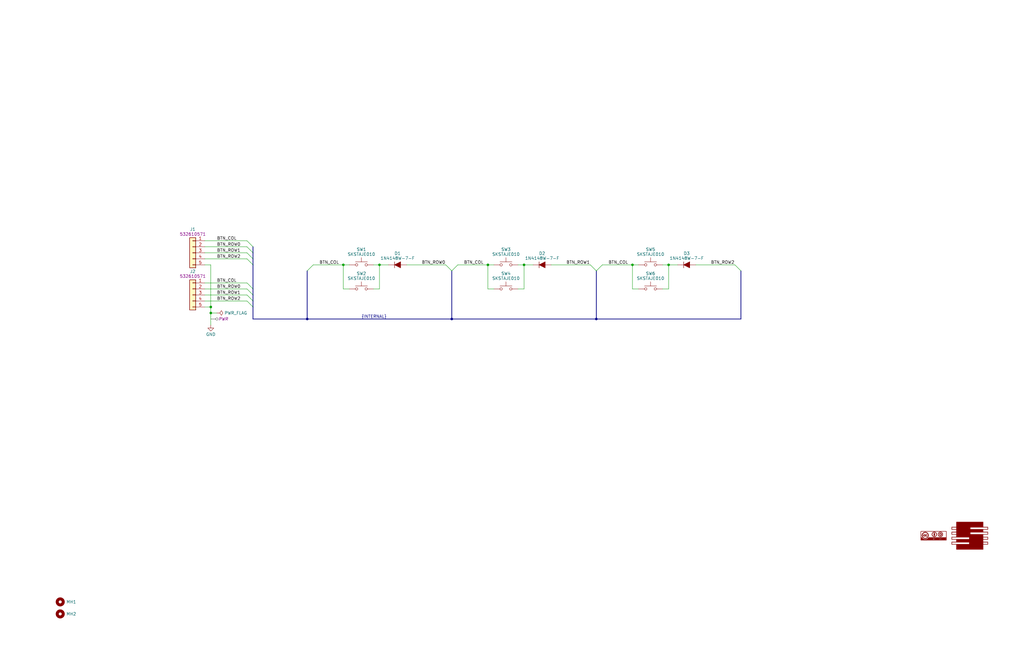
<source format=kicad_sch>
(kicad_sch (version 20230121) (generator eeschema)
  (paper "USLedger")
  (title_block (title "DIY GT Wheel Top Button Board") (date "2023-06-30") (rev "1.0a") (company "Electronya") (comment 1 "ENYA-SIMR-GTWL-PCTB"))
  (lib_symbols
    (symbol "ENYA_Bitmap:CC-BY-SA_Logo" (pin_names (offset 1.016)) (in_bom no)
      (symbol "CC-BY-SA_Logo_0_0"
        (polyline (pts (xy 0.0762 -1.2446) (xy 0.0762 -1.2192) (xy 0.0254 -1.1684) (xy -0.1524 -1.1684) (xy -0.1524 -1.2954) (xy 0.0254 -1.2954) (xy 0.0762 -1.2446)) (stroke (width 0.0254)) (fill (type outline)))
        (polyline (pts (xy 0.0762 -1.524) (xy 0.0762 -1.4986) (xy 0.1016 -1.4732) (xy 0.0508 -1.4224) (xy 0.0508 -1.397) (xy -0.1524 -1.397) (xy -0.1524 -1.5494) (xy 0.0508 -1.5494) (xy 0.0762 -1.524)) (stroke (width 0.0254)) (fill (type outline)))
        (polyline (pts (xy 3.0734 -1.4224) (xy 3.0988 -1.4224) (xy 3.0988 -1.3716) (xy 3.0734 -1.3462) (xy 3.0734 -1.3208) (xy 3.048 -1.2192) (xy 2.9972 -1.3208) (xy 2.9972 -1.3716) (xy 2.9718 -1.397) (xy 2.9718 -1.4224) (xy 2.9972 -1.4224) (xy 3.048 -1.4478) (xy 3.0734 -1.4224)) (stroke (width 0.0254)) (fill (type outline)))
        (polyline (pts (xy 0.4064 0.9906) (xy 0.4318 1.0414) (xy 0.4572 1.0668) (xy 0.4572 1.1176) (xy 0.4318 1.143) (xy 0.4064 1.1938) (xy 0.381 1.2192) (xy 0.3302 1.2446) (xy 0.254 1.2446) (xy 0.2032 1.1938) (xy 0.1778 1.143) (xy 0.1524 1.1176) (xy 0.1524 1.0668) (xy 0.1778 1.016) (xy 0.254 0.9398) (xy 0.3556 0.9398) (xy 0.4064 0.9906)) (stroke (width 0.0254)) (fill (type outline)))
        (polyline (pts (xy 0.4318 0.381) (xy 0.5334 0.381) (xy 0.5334 0.4064) (xy 0.5588 0.4064) (xy 0.5588 0.5842) (xy 0.5842 0.6604) (xy 0.5842 0.8636) (xy 0.5588 0.8636) (xy 0.5334 0.889) (xy 0.0254 0.889) (xy 0.0254 0.8636) (xy 0 0.8636) (xy 0 0.4064) (xy 0.0508 0.381) (xy 0.127 0.381) (xy 0.127 -0.127) (xy 0.4318 -0.127) (xy 0.4318 0.381)) (stroke (width 0.0254)) (fill (type outline)))
        (polyline (pts (xy -3.7084 -0.2794) (xy -3.556 -0.127) (xy -3.556 -0.1016) (xy -3.5814 -0.0762) (xy -3.6068 -0.0762) (xy -3.6322 -0.0508) (xy -3.683 -0.0254) (xy -3.7084 -0.0254) (xy -3.7338 0) (xy -3.7338 -0.0254) (xy -3.7592 -0.0508) (xy -3.7846 -0.1016) (xy -3.81 -0.1016) (xy -3.8608 -0.127) (xy -3.9624 -0.127) (xy -4.0132 -0.0762) (xy -4.0386 -0.0254) (xy -4.064 0) (xy -4.064 0.3048) (xy -4.0386 0.3048) (xy -4.0132 0.3302) (xy -4.0132 0.3556) (xy -3.9878 0.3556) (xy -3.9624 0.381) (xy -3.81 0.381) (xy -3.81 0.3556) (xy -3.7846 0.3556) (xy -3.7592 0.3302) (xy -3.7592 0.3048) (xy -3.7338 0.2794) (xy -3.6576 0.3048) (xy -3.6322 0.3302) (xy -3.6068 0.3302) (xy -3.5814 0.3556) (xy -3.556 0.3556) (xy -3.5814 0.381) (xy -3.5814 0.4064) (xy -3.6576 0.4826) (xy -3.7338 0.5334) (xy -3.81 0.5588) (xy -3.9624 0.5588) (xy -4.1148 0.508) (xy -4.1402 0.508) (xy -4.2672 0.381) (xy -4.2926 0.3302) (xy -4.3434 0.1778) (xy -4.3434 0.0762) (xy -4.2672 -0.1524) (xy -4.1656 -0.254) (xy -4.0894 -0.3048) (xy -4.0132 -0.3048) (xy -3.937 -0.3302) (xy -3.8608 -0.3302) (xy -3.7084 -0.2794)) (stroke (width 0.0254)) (fill (type outline)))
        (polyline (pts (xy -2.8956 -0.2794) (xy -2.7432 -0.127) (xy -2.7432 -0.1016) (xy -2.7686 -0.0762) (xy -2.794 -0.0762) (xy -2.8194 -0.0508) (xy -2.8702 -0.0254) (xy -2.8956 -0.0254) (xy -2.921 0) (xy -2.921 -0.0254) (xy -2.9464 -0.0508) (xy -2.9718 -0.1016) (xy -2.9972 -0.1016) (xy -3.048 -0.127) (xy -3.1496 -0.127) (xy -3.2004 -0.0762) (xy -3.2258 -0.0254) (xy -3.2512 0) (xy -3.2512 0.3048) (xy -3.2258 0.3048) (xy -3.2004 0.3302) (xy -3.2004 0.3556) (xy -3.175 0.3556) (xy -3.1496 0.381) (xy -2.9972 0.381) (xy -2.9972 0.3556) (xy -2.9718 0.3556) (xy -2.9464 0.3302) (xy -2.9464 0.3048) (xy -2.921 0.2794) (xy -2.8448 0.3302) (xy -2.7432 0.3556) (xy -2.8194 0.4318) (xy -2.8448 0.4826) (xy -2.8956 0.508) (xy -2.921 0.508) (xy -2.9718 0.5334) (xy -3.0734 0.5588) (xy -3.2258 0.5588) (xy -3.302 0.508) (xy -3.3528 0.508) (xy -3.4036 0.4572) (xy -3.4544 0.381) (xy -3.4798 0.3302) (xy -3.5052 0.254) (xy -3.5306 0.1524) (xy -3.5306 0.0762) (xy -3.4544 -0.1524) (xy -3.3528 -0.254) (xy -3.2766 -0.3048) (xy -3.2004 -0.3048) (xy -3.1242 -0.3302) (xy -3.048 -0.3302) (xy -2.8956 -0.2794)) (stroke (width 0.0254)) (fill (type outline)))
        (polyline (pts (xy 3.1242 0.0508) (xy 3.175 0.1016) (xy 3.2512 0.1524) (xy 3.3528 0.3048) (xy 3.3782 0.4064) (xy 3.3782 0.6858) (xy 3.3528 0.762) (xy 3.3274 0.8128) (xy 3.302 0.889) (xy 3.175 1.016) (xy 3.0988 1.0668) (xy 2.9972 1.0922) (xy 2.9464 1.1176) (xy 2.7686 1.1176) (xy 2.7178 1.0922) (xy 2.667 1.0922) (xy 2.5908 1.0414) (xy 2.4892 0.9398) (xy 2.4384 0.8636) (xy 2.413 0.762) (xy 2.3876 0.7112) (xy 2.3114 0.7112) (xy 2.5146 0.508) (xy 2.7178 0.7112) (xy 2.6416 0.7112) (xy 2.6416 0.7366) (xy 2.667 0.762) (xy 2.6924 0.8128) (xy 2.7432 0.8636) (xy 2.7686 0.8636) (xy 2.7686 0.889) (xy 2.9718 0.889) (xy 2.9718 0.8636) (xy 2.9972 0.8636) (xy 3.048 0.8128) (xy 3.0988 0.7112) (xy 3.0988 0.6858) (xy 3.1242 0.6604) (xy 3.1242 0.4572) (xy 3.0988 0.4064) (xy 3.0988 0.381) (xy 3.048 0.2794) (xy 2.9972 0.2286) (xy 2.9464 0.2032) (xy 2.794 0.2032) (xy 2.6924 0.254) (xy 2.667 0.2794) (xy 2.6416 0.3556) (xy 2.6416 0.381) (xy 2.3876 0.381) (xy 2.3876 0.3302) (xy 2.413 0.2794) (xy 2.5146 0.127) (xy 2.5654 0.0762) (xy 2.6416 0.0254) (xy 2.7178 0) (xy 3.0226 0) (xy 3.1242 0.0508)) (stroke (width 0.0254)) (fill (type outline)))
        (polyline (pts (xy 0.5588 -0.4572) (xy 0.6858 -0.4318) (xy 0.8128 -0.3556) (xy 0.9144 -0.3048) (xy 1.016 -0.2286) (xy 1.1684 -0.0254) (xy 1.2954 0.2286) (xy 1.3208 0.3556) (xy 1.3462 0.508) (xy 1.3462 0.635) (xy 1.2954 0.889) (xy 1.2446 0.9906) (xy 1.1938 1.1176) (xy 1.1176 1.2192) (xy 1.0922 1.2446) (xy 0.9906 1.3208) (xy 0.889 1.4224) (xy 0.7874 1.4732) (xy 0.6858 1.5494) (xy 0.5842 1.5748) (xy 0.508 1.6002) (xy 0.127 1.6002) (xy 0.0254 1.5748) (xy -0.1016 1.5494) (xy -0.2032 1.4986) (xy -0.2286 1.4732) (xy -0.3048 1.4224) (xy -0.381 1.3462) (xy -0.4572 1.2954) (xy -0.5334 1.2192) (xy -0.5842 1.143) (xy -0.635 1.016) (xy -0.6858 0.9144) (xy -0.7366 0.7874) (xy -0.762 0.6604) (xy -0.762 0.5334) (xy -0.7366 0.4064) (xy -0.7366 0.3556) (xy -0.5588 0.3556) (xy -0.5588 0.7366) (xy -0.5334 0.7874) (xy -0.508 0.889) (xy -0.4318 1.016) (xy -0.381 1.0922) (xy -0.254 1.2192) (xy -0.1778 1.27) (xy -0.0762 1.3462) (xy 0.0508 1.397) (xy 0.1524 1.4224) (xy 0.381 1.4224) (xy 0.5842 1.3716) (xy 0.6604 1.3462) (xy 0.762 1.2954) (xy 0.8382 1.2446) (xy 0.9144 1.1684) (xy 1.0668 0.9398) (xy 1.1176 0.8382) (xy 1.143 0.762) (xy 1.143 0.4064) (xy 1.1176 0.2794) (xy 1.016 0.0762) (xy 0.9398 -0.0254) (xy 0.8636 -0.1016) (xy 0.8128 -0.127) (xy 0.7366 -0.1778) (xy 0.5334 -0.2794) (xy 0.4318 -0.3048) (xy 0.1524 -0.3048) (xy 0.0762 -0.2794) (xy -0.0254 -0.254) (xy -0.127 -0.2032) (xy -0.2286 -0.127) (xy -0.4064 0.0508) (xy -0.5588 0.3556) (xy -0.7366 0.3556) (xy -0.7366 0.3048) (xy -0.635 0.0508) (xy -0.5842 -0.0508) (xy -0.4064 -0.2286) (xy -0.3556 -0.254) (xy -0.3302 -0.3048) (xy -0.127 -0.4064) (xy 0 -0.4572) (xy 0.1016 -0.4826) (xy 0.5334 -0.4826) (xy 0.5588 -0.4572)) (stroke (width 0.0254)) (fill (type outline)))
        (polyline (pts (xy 3.1496 -0.4572) (xy 3.2512 -0.4318) (xy 3.3782 -0.3556) (xy 3.4798 -0.3048) (xy 3.5814 -0.2286) (xy 3.81 0.0762) (xy 3.8608 0.1778) (xy 3.8608 0.2286) (xy 3.8862 0.3556) (xy 3.9116 0.508) (xy 3.9116 0.635) (xy 3.8608 0.889) (xy 3.81 0.9906) (xy 3.7592 1.1176) (xy 3.683 1.2192) (xy 3.4798 1.4224) (xy 3.3782 1.4732) (xy 3.2512 1.5494) (xy 3.1496 1.5748) (xy 3.0734 1.6002) (xy 2.7178 1.6002) (xy 2.4638 1.5494) (xy 2.3622 1.4986) (xy 2.3368 1.4732) (xy 2.2606 1.4224) (xy 2.1844 1.3462) (xy 2.1082 1.2954) (xy 2.032 1.2192) (xy 1.9812 1.143) (xy 1.9304 1.016) (xy 1.8796 0.9144) (xy 1.8288 0.6604) (xy 1.8288 0.4064) (xy 2.0066 0.4064) (xy 2.0066 0.6604) (xy 2.032 0.762) (xy 2.0574 0.889) (xy 2.1082 0.9906) (xy 2.159 1.0668) (xy 2.3368 1.2446) (xy 2.4384 1.3208) (xy 2.54 1.3716) (xy 2.667 1.397) (xy 2.6924 1.397) (xy 2.7686 1.4224) (xy 2.9972 1.4224) (xy 3.048 1.397) (xy 3.0734 1.397) (xy 3.175 1.3716) (xy 3.2766 1.3208) (xy 3.4798 1.1684) (xy 3.5052 1.1176) (xy 3.5814 1.0414) (xy 3.6322 0.9398) (xy 3.6576 0.8382) (xy 3.7084 0.7366) (xy 3.7084 0.4064) (xy 3.6322 0.1778) (xy 3.6068 0.1524) (xy 3.4544 -0.0762) (xy 3.3782 -0.127) (xy 3.2766 -0.2032) (xy 3.175 -0.254) (xy 3.0734 -0.2794) (xy 3.0226 -0.3048) (xy 2.6924 -0.3048) (xy 2.6416 -0.2794) (xy 2.54 -0.254) (xy 2.4384 -0.2032) (xy 2.3368 -0.127) (xy 2.2606 -0.0508) (xy 2.1844 0) (xy 2.032 0.3048) (xy 2.0066 0.4064) (xy 1.8288 0.4064) (xy 1.8542 0.3048) (xy 1.8796 0.1778) (xy 1.9304 0.0508) (xy 2.0066 -0.0508) (xy 2.032 -0.0762) (xy 2.0574 -0.127) (xy 2.159 -0.2286) (xy 2.2098 -0.254) (xy 2.2606 -0.3048) (xy 2.3368 -0.3556) (xy 2.4638 -0.4064) (xy 2.5654 -0.4572) (xy 2.667 -0.4826) (xy 3.0988 -0.4826) (xy 3.1496 -0.4572)) (stroke (width 0.0254)) (fill (type outline)))
        (polyline (pts (xy -3.175 -1.2446) (xy -3.0226 -1.1938) (xy -2.8956 -1.143) (xy -2.7686 -1.0668) (xy -2.6416 -0.9652) (xy -2.54 -0.8636) (xy -2.4638 -0.762) (xy -2.3622 -0.635) (xy -2.286 -0.508) (xy -2.2352 -0.381) (xy -2.1844 -0.2286) (xy -2.159 -0.1016) (xy -2.1336 -0.0508) (xy -2.1336 0.3048) (xy -2.159 0.3556) (xy -2.159 0.4064) (xy -2.1844 0.5588) (xy -2.2352 0.6858) (xy -2.4638 1.0668) (xy -2.667 1.27) (xy -2.8956 1.4224) (xy -2.9464 1.4224) (xy -3.2004 1.524) (xy -3.3274 1.5494) (xy -3.683 1.5494) (xy -3.9878 1.4986) (xy -4.1148 1.4478) (xy -4.2418 1.3716) (xy -4.3434 1.3208) (xy -4.4704 1.2192) (xy -4.6736 1.016) (xy -4.7498 0.9144) (xy -4.8006 0.7874) (xy -4.826 0.762) (xy -4.8768 0.6604) (xy -4.9022 0.5588) (xy -4.953 0.3048) (xy -4.953 0.0254) (xy -4.699 0.0254) (xy -4.699 0.254) (xy -4.6736 0.381) (xy -4.6482 0.4826) (xy -4.5974 0.6096) (xy -4.5466 0.7112) (xy -4.4704 0.8128) (xy -4.445 0.8636) (xy -4.2926 1.016) (xy -4.2418 1.0414) (xy -4.1656 1.1176) (xy -4.064 1.1684) (xy -3.937 1.2446) (xy -3.81 1.27) (xy -3.6576 1.2954) (xy -3.3528 1.2954) (xy -3.2258 1.27) (xy -2.9718 1.1684) (xy -2.8702 1.0922) (xy -2.7432 0.9906) (xy -2.667 0.889) (xy -2.5654 0.7874) (xy -2.5146 0.6604) (xy -2.4638 0.5588) (xy -2.413 0.4064) (xy -2.3876 0.2794) (xy -2.3876 -0.0762) (xy -2.4384 -0.2032) (xy -2.4638 -0.3302) (xy -2.54 -0.4572) (xy -2.6924 -0.6604) (xy -2.7432 -0.7112) (xy -2.9464 -0.8636) (xy -3.0734 -0.9144) (xy -3.175 -0.9652) (xy -3.302 -1.016) (xy -3.683 -1.016) (xy -3.937 -0.9652) (xy -4.0386 -0.9144) (xy -4.1656 -0.8382) (xy -4.2672 -0.762) (xy -4.4704 -0.5588) (xy -4.5466 -0.4572) (xy -4.5974 -0.3302) (xy -4.6482 -0.2286) (xy -4.699 0.0254) (xy -4.953 0.0254) (xy -4.953 -0.1524) (xy -4.9022 -0.3048) (xy -4.8514 -0.4318) (xy -4.7752 -0.5842) (xy -4.699 -0.7112) (xy -4.445 -0.9652) (xy -4.064 -1.1938) (xy -3.9116 -1.2446) (xy -3.7846 -1.27) (xy -3.302 -1.27) (xy -3.175 -1.2446)) (stroke (width 0.0254)) (fill (type outline)))
        (polyline (pts (xy 5.4102 1.8034) (xy 5.334 1.8796) (xy 5.2832 1.905) (xy -5.2832 1.905) (xy -5.3086 1.8796) (xy -5.3594 1.8542) (xy -5.3848 1.8034) (xy -5.4102 1.778) (xy -5.4102 -0.762) (xy -5.334 -0.762) (xy -5.334 1.7272) (xy -5.3086 1.7526) (xy -5.3086 1.8034) (xy -5.2832 1.8288) (xy 5.2578 1.8288) (xy 5.2578 1.8034) (xy 5.2832 1.8034) (xy 5.2832 1.778) (xy 5.3086 1.778) (xy 5.3086 -0.762) (xy -2.1336 -0.762) (xy -2.2352 -0.9144) (xy -2.3368 -1.0414) (xy -2.4638 -1.1684) (xy -2.5908 -1.27) (xy -2.8448 -1.4224) (xy -2.9972 -1.4986) (xy -3.175 -1.5494) (xy -3.2004 -1.5494) (xy -3.2512 -1.5748) (xy -3.81 -1.5748) (xy -3.8608 -1.5494) (xy -3.8862 -1.5494) (xy -4.191 -1.4478) (xy -4.3434 -1.3716) (xy -4.4704 -1.2954) (xy -4.5974 -1.1938) (xy -4.699 -1.0922) (xy -4.9022 -0.8382) (xy -4.953 -0.762) (xy -5.334 -0.762) (xy -5.4102 -0.762) (xy -5.4102 -1.6764) (xy -0.3048 -1.6764) (xy -0.3048 -1.0668) (xy 0.0762 -1.0668) (xy 0.254 -1.0668) (xy 0.381 -1.0668) (xy 0.4572 -1.1684) (xy 0.4572 -1.1938) (xy 0.508 -1.2446) (xy 0.508 -1.27) (xy 0.5334 -1.27) (xy 0.5588 -1.2446) (xy 0.5842 -1.1938) (xy 0.6096 -1.1684) (xy 0.6604 -1.0668) (xy 0.8128 -1.0668) (xy 0.7874 -1.0922) (xy 0.7874 -1.1176) (xy 0.762 -1.143) (xy 0.7366 -1.1938) (xy 0.7112 -1.2192) (xy 0.6858 -1.27) (xy 0.5842 -1.4224) (xy 0.5842 -1.4986) (xy 2.2098 -1.4986) (xy 2.3622 -1.4986) (xy 2.3622 -1.524) (xy 2.3876 -1.524) (xy 2.3876 -1.5494) (xy 2.413 -1.5748) (xy 2.4384 -1.5748) (xy 2.4638 -1.6002) (xy 2.54 -1.6002) (xy 2.5908 -1.5494) (xy 2.5908 -1.4732) (xy 2.5654 -1.4732) (xy 2.5146 -1.4478) (xy 2.4638 -1.4478) (xy 2.413 -1.4224) (xy 2.3622 -1.4224) (xy 2.3114 -1.397) (xy 2.286 -1.3462) (xy 2.2606 -1.3208) (xy 2.2606 -1.1684) (xy 2.3622 -1.0668) (xy 2.4384 -1.0668) (xy 2.5146 -1.0414) (xy 2.6162 -1.0922) (xy 2.6416 -1.1176) (xy 2.667 -1.1176) (xy 2.667 -1.143) (xy 2.7178 -1.1938) (xy 2.7178 -1.2446) (xy 2.5908 -1.2446) (xy 2.5908 -1.2192) (xy 2.5654 -1.1938) (xy 2.5654 -1.1684) (xy 2.413 -1.1684) (xy 2.3876 -1.1938) (xy 2.3876 -1.27) (xy 2.4384 -1.2954) (xy 2.4638 -1.3208) (xy 2.54 -1.3208) (xy 2.6162 -1.3462) (xy 2.6416 -1.3716) (xy 2.6924 -1.397) (xy 2.7178 -1.4224) (xy 2.7178 -1.6002) (xy 2.667 -1.651) (xy 2.7432 -1.651) (xy 2.7686 -1.6256) (xy 2.7686 -1.6002) (xy 2.8194 -1.4986) (xy 2.8194 -1.4224) (xy 2.8448 -1.3462) (xy 2.9718 -1.0668) (xy 3.1242 -1.0668) (xy 3.2512 -1.4478) (xy 3.302 -1.5494) (xy 3.302 -1.6002) (xy 3.3274 -1.6256) (xy 3.3274 -1.651) (xy 3.302 -1.651) (xy 3.2766 -1.6764) (xy 3.2004 -1.6764) (xy 3.175 -1.6256) (xy 3.175 -1.5748) (xy 3.1496 -1.5494) (xy 3.1496 -1.524) (xy 2.921 -1.524) (xy 2.8702 -1.6764) (xy 2.8194 -1.6764) (xy 2.794 -1.651) (xy 2.7432 -1.651) (xy 2.667 -1.651) (xy 2.6416 -1.651) (xy 2.6162 -1.6764) (xy 2.3368 -1.6764) (xy 2.2352 -1.5748) (xy 2.2352 -1.5494) (xy 2.2098 -1.4986) (xy 0.5842 -1.4986) (xy 0.5842 -1.6764) (xy 0.4572 -1.6764) (xy 0.4572 -1.4224) (xy 0.4318 -1.397) (xy 0.4318 -1.3716) (xy 0.381 -1.3208) (xy 0.3556 -1.27) (xy 0.3302 -1.1938) (xy 0.2794 -1.1176) (xy 0.254 -1.0668) (xy 0.0762 -1.0668) (xy 0.1016 -1.0922) (xy 0.127 -1.0922) (xy 0.1778 -1.143) (xy 0.1778 -1.2446) (xy 0.1524 -1.27) (xy 0.1524 -1.3208) (xy 0.127 -1.3208) (xy 0.1016 -1.3462) (xy 0.127 -1.3716) (xy 0.1524 -1.3716) (xy 0.1778 -1.397) (xy 0.1778 -1.4224) (xy 0.2032 -1.4732) (xy 0.2032 -1.5748) (xy 0.127 -1.651) (xy 0.0762 -1.651) (xy 0.0762 -1.6764) (xy -0.3048 -1.6764) (xy -5.4102 -1.6764) (xy -5.4102 -1.8796) (xy -5.3594 -1.8796) (xy -5.334 -1.905) (xy 5.4102 -1.905) (xy 5.4102 1.8034)) (stroke (width 0.0254)) (fill (type outline)))
      )
    )
    (symbol "ENYA_Bitmap:Electronya_Logo" (pin_names (offset 1.016))
      (symbol "Electronya_Logo_0_0"
        (polyline (pts (xy 5.6388 -3.7084) (xy 7.6708 -3.7084) (xy 7.6708 -2.6416) (xy 5.6388 -2.6416) (xy 5.6388 -1.6256) (xy 7.6708 -1.6256) (xy 7.6708 -0.5588) (xy 5.6388 -0.5588) (xy 5.6388 0.508) (xy 7.6708 0.508) (xy 7.6708 1.5748) (xy 5.6388 1.5748) (xy 5.6388 2.5908) (xy 7.6708 2.5908) (xy 7.6708 3.6576) (xy 5.6388 3.6576) (xy 5.6388 5.7912) (xy -5.6388 5.7912) (xy -5.6388 3.6576) (xy -7.6708 3.6576) (xy -7.6708 2.7432) (xy -7.5184 2.7432) (xy -7.5184 3.5052) (xy -5.6388 3.5052) (xy -5.6388 2.7432) (xy 0.254 2.7432) (xy 0.254 3.5052) (xy 7.5184 3.5052) (xy 7.5184 2.7432) (xy 0.254 2.7432) (xy -5.6388 2.7432) (xy -7.5184 2.7432) (xy -7.6708 2.7432) (xy -7.6708 2.5908) (xy -5.6388 2.5908) (xy -5.6388 1.5748) (xy -7.6708 1.5748) (xy -7.6708 0.6096) (xy -7.5184 0.6096) (xy -7.5184 1.4224) (xy -5.6388 1.4224) (xy -5.6388 0.6096) (xy 0.254 0.6096) (xy 0.254 1.4224) (xy 7.5184 1.4224) (xy 7.5184 0.6096) (xy 0.254 0.6096) (xy -5.6388 0.6096) (xy -7.5184 0.6096) (xy -7.6708 0.6096) (xy -7.6708 0.508) (xy -5.6388 0.508) (xy -5.6388 -0.5588) (xy -7.6708 -0.5588) (xy -7.6708 -1.4732) (xy -7.5184 -1.4732) (xy -7.5184 -0.6604) (xy -0.254 -0.6604) (xy -0.254 -1.4732) (xy 5.6388 -1.4732) (xy 5.6388 -0.6604) (xy 7.5184 -0.6604) (xy 7.5184 -1.4732) (xy 5.6388 -1.4732) (xy -0.254 -1.4732) (xy -7.5184 -1.4732) (xy -7.6708 -1.4732) (xy -7.6708 -1.6256) (xy -5.6388 -1.6256) (xy -5.6388 -2.6416) (xy -7.6708 -2.6416) (xy -7.6708 -3.556) (xy -7.5184 -3.556) (xy -7.5184 -2.794) (xy -0.254 -2.794) (xy -0.254 -3.556) (xy 5.6388 -3.556) (xy 5.6388 -2.794) (xy 7.5184 -2.794) (xy 7.5184 -3.556) (xy 5.6388 -3.556) (xy -0.254 -3.556) (xy -7.5184 -3.556) (xy -7.6708 -3.556) (xy -7.6708 -3.7084) (xy -5.6388 -3.7084) (xy -5.6388 -5.842) (xy 5.6388 -5.842) (xy 5.6388 -3.7084)) (stroke (width 0.0254)) (fill (type outline)))
      )
    )
    (symbol "ENYA_Connector_PicoBlade:PICO_BLADE_1x5_MALE_RA_SMD" (pin_names (offset 1.016) hide)
      (property "Reference" "J" (at 0 7.62 0))
      (property "Manufacturer Part Number" "532610571" (at 0 0 0))
      (symbol "PICO_BLADE_1x5_MALE_RA_SMD_1_1"
        (rectangle (start -1.27 -4.953) (end 0 -5.207) (stroke (width 0.1524)))
        (rectangle (start -1.27 -2.413) (end 0 -2.667) (stroke (width 0.1524)))
        (rectangle (start -1.27 0.127) (end 0 -0.127) (stroke (width 0.1524)))
        (rectangle (start -1.27 2.667) (end 0 2.413) (stroke (width 0.1524)))
        (rectangle (start -1.27 5.207) (end 0 4.953) (stroke (width 0.1524)))
        (rectangle (start -1.27 6.35) (end 1.27 -6.35) (stroke (width 0.254)) (fill (type background)))
        (pin passive line (at -5.08 5.08 0) (length 3.81) (name "Pin_1") (number "1"))
        (pin passive line (at -5.08 2.54 0) (length 3.81) (name "Pin_2") (number "2"))
        (pin passive line (at -5.08 0 0) (length 3.81) (name "Pin_3") (number "3"))
        (pin passive line (at -5.08 -2.54 0) (length 3.81) (name "Pin_4") (number "4"))
        (pin passive line (at -5.08 -5.08 0) (length 3.81) (name "Pin_5") (number "5"))
      )
    )
    (symbol "ENYA_Diode_Rectifier:1N4148W-7-F_SOD-123" (pin_numbers hide) (pin_names (offset 1.016) hide)
      (property "Reference" "D" (at 0 2.54 0))
      (property "Value" "1N4148W-7-F" (at 0 -2.54 0))
      (symbol "1N4148W-7-F_SOD-123_0_1"
        (polyline (pts (xy -1.27 1.27) (xy -1.27 -1.27)) (stroke (width 0.2032)))
        (polyline (pts (xy 1.27 1.27) (xy 1.27 -1.27) (xy -1.27 0) (xy 1.27 1.27)) (stroke (width 0.2032)) (fill (type outline)))
      )
      (symbol "1N4148W-7-F_SOD-123_1_1"
        (pin passive line (at -3.81 0 0) (length 2.54) (name "K") (number "1"))
        (pin passive line (at 3.81 0 180) (length 2.54) (name "A") (number "2"))
      )
    )
    (symbol "ENYA_Mechanical:MH-NPLTD-M3" (pin_names (offset 1.016)) (in_bom no)
      (property "Reference" "MH" (at 0 3.175 0))
      (symbol "MH-NPLTD-M3_1_1"
        (circle (center 0 0) (radius 1.27) (stroke (width 1.27)))
      )
    )
    (symbol "ENYA_Switch_Push:SKSTAJE010_Tactile_7N" (pin_numbers hide) (pin_names (offset 1.016) hide)
      (property "Reference" "SW" (at 1.27 2.54 0))
      (property "Value" "SKSTAJE010" (at 0 -1.524 0))
      (symbol "SKSTAJE010_Tactile_7N_0_1"
        (circle (center -2.032 0) (radius 0.508))
        (polyline (pts (xy 0 1.27) (xy 0 3.048)))
        (polyline (pts (xy 2.54 1.27) (xy -2.54 1.27)))
        (circle (center 2.032 0) (radius 0.508))
        (pin passive line (at -5.08 0 0) (length 2.54) (name "1") (number "1"))
        (pin passive line (at 5.08 0 180) (length 2.54) (name "2") (number "2"))
      )
    )
    (symbol "power:GND" (power) (pin_names (offset 0))
      (property "Value" "GND" (at 0 -3.81 0))
      (symbol "GND_0_1"
        (polyline (pts (xy 0 0) (xy 0 -1.27) (xy 1.27 -1.27) (xy 0 -2.54) (xy -1.27 -1.27) (xy 0 -1.27)))
      )
      (symbol "GND_1_1"
        (pin power_in line (at 0 0 270) (length 0) hide (name "GND") (number "1"))
      )
    )
    (symbol "power:PWR_FLAG" (power) (pin_numbers hide) (pin_names (offset 0) hide)
      (property "Value" "PWR_FLAG" (at 0 3.81 0))
      (symbol "PWR_FLAG_0_0"
        (pin power_out line (at 0 0 90) (length 0) (name "pwr") (number "1"))
      )
      (symbol "PWR_FLAG_0_1"
        (polyline (pts (xy 0 0) (xy 0 1.27) (xy -1.016 1.905) (xy 0 2.54) (xy 1.016 1.905) (xy 0 1.27)))
      )
    )
  )
  (bus_alias "INTERNAL" (members "BTN_COL" "BTN_ROW0" "BTN_ROW1" "BTN_ROW2"))
  (junction (at 266.7 111.76))
  (junction (at 205.74 111.76))
  (junction (at 251.46 134.62))
  (junction (at 88.9 129.54))
  (junction (at 281.94 111.76))
  (junction (at 220.98 111.76))
  (junction (at 144.78 111.76))
  (junction (at 88.9 132.08))
  (junction (at 160.02 111.76))
  (junction (at 190.5 134.62))
  (junction (at 129.54 134.62))
  (bus_entry (at 104.14 101.6) (size 2.54 2.54))
  (bus_entry (at 104.14 106.68) (size 2.54 2.54))
  (bus_entry (at 104.14 119.38) (size 2.54 2.54))
  (bus_entry (at 104.14 121.92) (size 2.54 2.54))
  (bus_entry (at 104.14 104.14) (size 2.54 2.54))
  (bus_entry (at 193.04 111.76) (size -2.54 2.54))
  (bus_entry (at 254 111.76) (size -2.54 2.54))
  (bus_entry (at 132.08 111.76) (size -2.54 2.54))
  (bus_entry (at 104.14 109.22) (size 2.54 2.54))
  (bus_entry (at 104.14 124.46) (size 2.54 2.54))
  (bus_entry (at 104.14 127) (size 2.54 2.54))
  (bus_entry (at 187.96 111.76) (size 2.54 2.54))
  (bus_entry (at 309.88 111.76) (size 2.54 2.54))
  (bus_entry (at 248.92 111.76) (size 2.54 2.54))
  (wire (pts (xy 279.4 111.76) (xy 281.94 111.76)))
  (wire (pts (xy 144.78 121.92) (xy 144.78 111.76)))
  (wire (pts (xy 220.98 121.92) (xy 220.98 111.76)))
  (wire (pts (xy 269.24 121.92) (xy 266.7 121.92)))
  (wire (pts (xy 88.9 132.08) (xy 88.9 129.54)))
  (bus (pts (xy 251.46 114.3) (xy 251.46 134.62)))
  (wire (pts (xy 171.45 111.76) (xy 187.96 111.76)))
  (bus (pts (xy 106.68 127) (xy 106.68 129.54)))
  (wire (pts (xy 193.04 111.76) (xy 205.74 111.76)))
  (wire (pts (xy 205.74 111.76) (xy 208.28 111.76)))
  (bus (pts (xy 106.68 106.68) (xy 106.68 109.22)))
  (wire (pts (xy 86.36 104.14) (xy 104.14 104.14)))
  (bus (pts (xy 129.54 134.62) (xy 190.5 134.62)))
  (wire (pts (xy 266.7 121.92) (xy 266.7 111.76)))
  (bus (pts (xy 129.54 114.3) (xy 129.54 134.62)))
  (wire (pts (xy 88.9 132.08) (xy 91.44 132.08)))
  (bus (pts (xy 106.68 124.46) (xy 106.68 127)))
  (bus (pts (xy 190.5 114.3) (xy 190.5 134.62)))
  (bus (pts (xy 190.5 134.62) (xy 251.46 134.62)))
  (bus (pts (xy 106.68 111.76) (xy 106.68 121.92)))
  (wire (pts (xy 157.48 121.92) (xy 160.02 121.92)))
  (wire (pts (xy 281.94 111.76) (xy 285.75 111.76)))
  (wire (pts (xy 86.36 106.68) (xy 104.14 106.68)))
  (wire (pts (xy 254 111.76) (xy 266.7 111.76)))
  (wire (pts (xy 88.9 111.76) (xy 86.36 111.76)))
  (wire (pts (xy 205.74 121.92) (xy 205.74 111.76)))
  (bus (pts (xy 312.42 114.3) (xy 312.42 134.62)))
  (wire (pts (xy 218.44 121.92) (xy 220.98 121.92)))
  (bus (pts (xy 106.68 134.62) (xy 129.54 134.62)))
  (wire (pts (xy 218.44 111.76) (xy 220.98 111.76)))
  (wire (pts (xy 293.37 111.76) (xy 309.88 111.76)))
  (wire (pts (xy 86.36 121.92) (xy 104.14 121.92)))
  (wire (pts (xy 160.02 111.76) (xy 163.83 111.76)))
  (wire (pts (xy 279.4 121.92) (xy 281.94 121.92)))
  (wire (pts (xy 220.98 111.76) (xy 224.79 111.76)))
  (wire (pts (xy 144.78 111.76) (xy 147.32 111.76)))
  (wire (pts (xy 86.36 124.46) (xy 104.14 124.46)))
  (wire (pts (xy 86.36 109.22) (xy 104.14 109.22)))
  (bus (pts (xy 106.68 121.92) (xy 106.68 124.46)))
  (wire (pts (xy 86.36 129.54) (xy 88.9 129.54)))
  (wire (pts (xy 132.08 111.76) (xy 144.78 111.76)))
  (wire (pts (xy 86.36 119.38) (xy 104.14 119.38)))
  (wire (pts (xy 266.7 111.76) (xy 269.24 111.76)))
  (wire (pts (xy 208.28 121.92) (xy 205.74 121.92)))
  (wire (pts (xy 86.36 127) (xy 104.14 127)))
  (bus (pts (xy 251.46 134.62) (xy 312.42 134.62)))
  (wire (pts (xy 88.9 137.16) (xy 88.9 132.08)))
  (bus (pts (xy 106.68 109.22) (xy 106.68 111.76)))
  (wire (pts (xy 160.02 111.76) (xy 160.02 121.92)))
  (wire (pts (xy 281.94 121.92) (xy 281.94 111.76)))
  (wire (pts (xy 157.48 111.76) (xy 160.02 111.76)))
  (bus (pts (xy 106.68 104.14) (xy 106.68 106.68)))
  (wire (pts (xy 86.36 101.6) (xy 104.14 101.6)))
  (wire (pts (xy 147.32 121.92) (xy 144.78 121.92)))
  (wire (pts (xy 232.41 111.76) (xy 248.92 111.76)))
  (bus (pts (xy 106.68 129.54) (xy 106.68 134.62)))
  (wire (pts (xy 88.9 129.54) (xy 88.9 111.76)))
  (label "BTN_ROW2" (at 91.44 109.22 0))
  (label "BTN_COL" (at 195.58 111.76 0))
  (label "BTN_ROW0" (at 91.44 121.92 0))
  (label "BTN_COL" (at 91.44 119.38 0))
  (label "BTN_COL" (at 91.44 101.6 0))
  (label "BTN_ROW2" (at 299.72 111.76 0))
  (label "BTN_ROW0" (at 177.8 111.76 0))
  (label "BTN_COL" (at 134.62 111.76 0))
  (label "BTN_ROW2" (at 91.44 127 0))
  (label "BTN_ROW1" (at 91.44 106.68 0))
  (label "BTN_ROW0" (at 91.44 104.14 0))
  (label "BTN_COL" (at 256.54 111.76 0))
  (label "BTN_ROW1" (at 238.76 111.76 0))
  (label "{INTERNAL}" (at 152.4 134.62 0))
  (label "BTN_ROW1" (at 91.44 124.46 0))
  (netclass_flag "" (length 2.54) (shape round) (at 88.9 134.62 270) (property "Netclass" "PWR" (at 92.075 134.62 0) (effects (font italic) (justify left))))
  (symbol (lib_id "ENYA_Switch_Push:SKSTAJE010_Tactile_7N") (at 152.4 121.92 0) (unit 1)
    (property "Reference" "SW2" (at 152.4 115.419 0))
    (property "Value" "SKSTAJE010" (at 152.4 117.467 0))
    (property "Footprint" "ENYA_Switch_Push:SKSTAJE_Alps_SPST" (effects hide))
    (property "Datasheet" "https://www.mouser.ca/datasheet/2/15/Alpsalpine_02222023_PD_TSW_SKSTAJE_010_a2a85bcd9f-3105218.pdf" (effects hide))
    (property "Manufacturer" "Alps Alpine" (effects hide))
    (property "Manufacturer Part Number" "SKSTAJE010" (effects hide))
    (property "Mouser Part Number" "688-SKSTAJE010" (effects hide))
  )
  (symbol (lib_id "ENYA_Diode_Rectifier:1N4148W-7-F_SOD-123") (at 228.6 111.76 0) (unit 1)
    (property "Reference" "D2" (at 228.6 106.9354 0))
    (property "Value" "1N4148W-7-F" (at 228.6 108.9834 0))
    (property "Footprint" "Diode_SMD:D_SOD-123" (effects hide))
    (property "Datasheet" "https://www.diodes.com/assets/Datasheets/ds30086.pdf" (effects hide))
    (property "Manufacturer" "Diodes Incorporated" (effects hide))
    (property "Manufacturer Part Number" "1N4148W-7-F" (effects hide))
    (property "Digi-Key Part Number" "1N4148W-FDICT-ND" (effects hide))
  )
  (symbol (lib_id "ENYA_Bitmap:CC-BY-SA_Logo") (at 393.7 226.06 0) (unit 1) (in_bom no)
    (property "Reference" "G2" (effects hide))
    (property "Value" "CC-BY-SA_Logo" (effects hide))
    (property "Footprint" "ENYA_Bitmap:CC-BY-SA_8MM" (effects hide))
  )
  (symbol (lib_id "ENYA_Switch_Push:SKSTAJE010_Tactile_7N") (at 213.36 121.92 0) (unit 1)
    (property "Reference" "SW4" (at 213.36 115.419 0))
    (property "Value" "SKSTAJE010" (at 213.36 117.467 0))
    (property "Footprint" "ENYA_Switch_Push:SKSTAJE_Alps_SPST" (effects hide))
    (property "Datasheet" "https://www.mouser.ca/datasheet/2/15/Alpsalpine_02222023_PD_TSW_SKSTAJE_010_a2a85bcd9f-3105218.pdf" (effects hide))
    (property "Manufacturer" "Alps Alpine" (effects hide))
    (property "Manufacturer Part Number" "SKSTAJE010" (effects hide))
    (property "Mouser Part Number" "688-SKSTAJE010" (effects hide))
  )
  (symbol (lib_id "ENYA_Switch_Push:SKSTAJE010_Tactile_7N") (at 213.36 111.76 0) (unit 1)
    (property "Reference" "SW3" (at 213.36 105.259 0))
    (property "Value" "SKSTAJE010" (at 213.36 107.307 0))
    (property "Footprint" "ENYA_Switch_Push:SKSTAJE_Alps_SPST" (effects hide))
    (property "Datasheet" "https://www.mouser.ca/datasheet/2/15/Alpsalpine_02222023_PD_TSW_SKSTAJE_010_a2a85bcd9f-3105218.pdf" (effects hide))
    (property "Manufacturer" "Alps Alpine" (effects hide))
    (property "Manufacturer Part Number" "SKSTAJE010" (effects hide))
    (property "Mouser Part Number" "688-SKSTAJE010" (effects hide))
  )
  (symbol (lib_id "ENYA_Diode_Rectifier:1N4148W-7-F_SOD-123") (at 167.64 111.76 0) (unit 1)
    (property "Reference" "D1" (at 167.64 106.9354 0))
    (property "Value" "1N4148W-7-F" (at 167.64 108.9834 0))
    (property "Footprint" "Diode_SMD:D_SOD-123" (effects hide))
    (property "Datasheet" "https://www.diodes.com/assets/Datasheets/ds30086.pdf" (effects hide))
    (property "Manufacturer" "Diodes Incorporated" (effects hide))
    (property "Manufacturer Part Number" "1N4148W-7-F" (effects hide))
    (property "Digi-Key Part Number" "1N4148W-FDICT-ND" (effects hide))
  )
  (symbol (lib_id "ENYA_Switch_Push:SKSTAJE010_Tactile_7N") (at 152.4 111.76 0) (unit 1)
    (property "Reference" "SW1" (at 152.4 105.259 0))
    (property "Value" "SKSTAJE010" (at 152.4 107.307 0))
    (property "Footprint" "ENYA_Switch_Push:SKSTAJE_Alps_SPST" (effects hide))
    (property "Datasheet" "https://www.mouser.ca/datasheet/2/15/Alpsalpine_02222023_PD_TSW_SKSTAJE_010_a2a85bcd9f-3105218.pdf" (effects hide))
    (property "Manufacturer" "Alps Alpine" (effects hide))
    (property "Manufacturer Part Number" "SKSTAJE010" (effects hide))
    (property "Mouser Part Number" "688-SKSTAJE010" (effects hide))
  )
  (symbol (lib_id "ENYA_Connector_PicoBlade:PICO_BLADE_1x5_MALE_RA_SMD") (at 81.28 106.68 0) (mirror y) (unit 1)
    (property "Reference" "J1" (at 81.28 96.75 0))
    (property "Value" "PICO_BLADE_1x5_MALE_RA_SMD" (effects hide))
    (property "Footprint" "ENYA_Connector_PicoBlade:PICO_BLADE_53261_1x5_SMD_RA_1.25MM" (effects hide))
    (property "Datasheet" "https://tools.molex.com/pdm_docs/sd/532610571_sd.pdf" (effects hide))
    (property "Manufacturer" "Molex" (effects hide))
    (property "Manufacturer Part Number" "532610571" (at 81.28 98.798 0))
    (property "Digi-Key Part Number" "WM7623CT-ND" (effects hide))
  )
  (symbol (lib_id "power:GND") (at 88.9 137.16 0) (unit 1)
    (property "Reference" "#PWR01" (effects hide))
    (property "Value" "GND" (at 88.9 141.105 0))
  )
  (symbol (lib_id "ENYA_Bitmap:Electronya_Logo") (at 408.94 226.06 0) (unit 1)
    (property "Reference" "G1" (effects hide))
    (property "Value" "Electronya_Logo" (effects hide))
    (property "Footprint" "ENYA_Bitmap:Electronya_Logo_10MM" (effects hide))
  )
  (symbol (lib_id "ENYA_Diode_Rectifier:1N4148W-7-F_SOD-123") (at 289.56 111.76 0) (unit 1)
    (property "Reference" "D3" (at 289.56 106.9354 0))
    (property "Value" "1N4148W-7-F" (at 289.56 108.9834 0))
    (property "Footprint" "Diode_SMD:D_SOD-123" (effects hide))
    (property "Datasheet" "https://www.diodes.com/assets/Datasheets/ds30086.pdf" (effects hide))
    (property "Manufacturer" "Diodes Incorporated" (effects hide))
    (property "Manufacturer Part Number" "1N4148W-7-F" (effects hide))
    (property "Digi-Key Part Number" "1N4148W-FDICT-ND" (effects hide))
  )
  (symbol (lib_id "ENYA_Mechanical:MH-NPLTD-M3") (at 25.4 254 0) (unit 1) (in_bom no)
    (property "Reference" "MH1" (at 27.94 254 0) (effects (justify left)))
    (property "Value" "MH-NPLTD-M3" (effects hide))
    (property "Footprint" "MountingHole:MountingHole_3.2mm_M3_DIN965" (effects hide))
  )
  (symbol (lib_id "ENYA_Connector_PicoBlade:PICO_BLADE_1x5_MALE_RA_SMD") (at 81.28 124.46 0) (mirror y) (unit 1)
    (property "Reference" "J2" (at 81.28 114.53 0))
    (property "Value" "PICO_BLADE_1x5_MALE_RA_SMD" (effects hide))
    (property "Footprint" "ENYA_Connector_PicoBlade:PICO_BLADE_53261_1x5_SMD_RA_1.25MM" (effects hide))
    (property "Datasheet" "https://tools.molex.com/pdm_docs/sd/532610571_sd.pdf" (effects hide))
    (property "Manufacturer" "Molex" (effects hide))
    (property "Manufacturer Part Number" "532610571" (at 81.28 116.578 0))
    (property "Digi-Key Part Number" "WM7623CT-ND" (effects hide))
  )
  (symbol (lib_id "ENYA_Switch_Push:SKSTAJE010_Tactile_7N") (at 274.32 121.92 0) (unit 1)
    (property "Reference" "SW6" (at 274.32 115.419 0))
    (property "Value" "SKSTAJE010" (at 274.32 117.467 0))
    (property "Footprint" "ENYA_Switch_Push:SKSTAJE_Alps_SPST" (effects hide))
    (property "Datasheet" "https://www.mouser.ca/datasheet/2/15/Alpsalpine_02222023_PD_TSW_SKSTAJE_010_a2a85bcd9f-3105218.pdf" (effects hide))
    (property "Manufacturer" "Alps Alpine" (effects hide))
    (property "Manufacturer Part Number" "SKSTAJE010" (effects hide))
    (property "Mouser Part Number" "688-SKSTAJE010" (effects hide))
  )
  (symbol (lib_id "power:PWR_FLAG") (at 91.44 132.08 270) (unit 1)
    (property "Reference" "#FLG01" (effects hide))
    (property "Value" "PWR_FLAG" (at 94.615 132.08 90) (effects (justify left)))
  )
  (symbol (lib_id "ENYA_Switch_Push:SKSTAJE010_Tactile_7N") (at 274.32 111.76 0) (unit 1)
    (property "Reference" "SW5" (at 274.32 105.259 0))
    (property "Value" "SKSTAJE010" (at 274.32 107.307 0))
    (property "Footprint" "ENYA_Switch_Push:SKSTAJE_Alps_SPST" (effects hide))
    (property "Datasheet" "https://www.mouser.ca/datasheet/2/15/Alpsalpine_02222023_PD_TSW_SKSTAJE_010_a2a85bcd9f-3105218.pdf" (effects hide))
    (property "Manufacturer" "Alps Alpine" (effects hide))
    (property "Manufacturer Part Number" "SKSTAJE010" (effects hide))
    (property "Mouser Part Number" "688-SKSTAJE010" (effects hide))
  )
  (symbol (lib_id "ENYA_Mechanical:MH-NPLTD-M3") (at 25.4 259.08 0) (unit 1) (in_bom no)
    (property "Reference" "MH2" (at 27.94 259.08 0) (effects (justify left)))
    (property "Value" "MH-NPLTD-M3" (effects hide))
    (property "Footprint" "MountingHole:MountingHole_3.2mm_M3_DIN965" (effects hide))
  )
)
</source>
